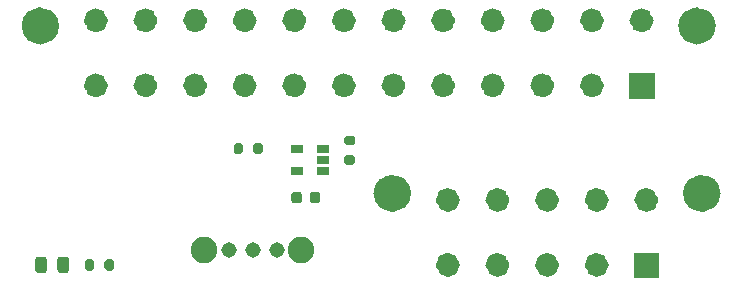
<source format=gbr>
%TF.GenerationSoftware,KiCad,Pcbnew,5.1.9+dfsg1-1~bpo10+1*%
%TF.CreationDate,2023-02-12T08:43:59+01:00*%
%TF.ProjectId,IIci_ATX,49496369-5f41-4545-982e-6b696361645f,rev?*%
%TF.SameCoordinates,Original*%
%TF.FileFunction,Soldermask,Top*%
%TF.FilePolarity,Negative*%
%FSLAX46Y46*%
G04 Gerber Fmt 4.6, Leading zero omitted, Abs format (unit mm)*
G04 Created by KiCad (PCBNEW 5.1.9+dfsg1-1~bpo10+1) date 2023-02-12 08:43:59*
%MOMM*%
%LPD*%
G01*
G04 APERTURE LIST*
%ADD10C,0.010000*%
%ADD11C,1.026200*%
%ADD12C,1.576200*%
%ADD13C,3.000000*%
%ADD14R,1.060000X0.650000*%
%ADD15C,1.308000*%
%ADD16C,2.250000*%
G04 APERTURE END LIST*
D10*
%TO.C,J1*%
G36*
X142873800Y-119273800D02*
G01*
X144926200Y-119273800D01*
X144926200Y-121326200D01*
X142873800Y-121326200D01*
X142873800Y-119273800D01*
G37*
X142873800Y-119273800D02*
X144926200Y-119273800D01*
X144926200Y-121326200D01*
X142873800Y-121326200D01*
X142873800Y-119273800D01*
D11*
X140213100Y-120300000D02*
G75*
G03*
X140213100Y-120300000I-513100J0D01*
G01*
X136013100Y-120300000D02*
G75*
G03*
X136013100Y-120300000I-513100J0D01*
G01*
X131813100Y-120300000D02*
G75*
G03*
X131813100Y-120300000I-513100J0D01*
G01*
X127613100Y-120300000D02*
G75*
G03*
X127613100Y-120300000I-513100J0D01*
G01*
X123413100Y-120300000D02*
G75*
G03*
X123413100Y-120300000I-513100J0D01*
G01*
X119213100Y-120300000D02*
G75*
G03*
X119213100Y-120300000I-513100J0D01*
G01*
X115013100Y-120300000D02*
G75*
G03*
X115013100Y-120300000I-513100J0D01*
G01*
X110813100Y-120300000D02*
G75*
G03*
X110813100Y-120300000I-513100J0D01*
G01*
X106613100Y-120300000D02*
G75*
G03*
X106613100Y-120300000I-513100J0D01*
G01*
X102413100Y-120300000D02*
G75*
G03*
X102413100Y-120300000I-513100J0D01*
G01*
X98213100Y-120300000D02*
G75*
G03*
X98213100Y-120300000I-513100J0D01*
G01*
X144413100Y-114800000D02*
G75*
G03*
X144413100Y-114800000I-513100J0D01*
G01*
X140213100Y-114800000D02*
G75*
G03*
X140213100Y-114800000I-513100J0D01*
G01*
X136013100Y-114800000D02*
G75*
G03*
X136013100Y-114800000I-513100J0D01*
G01*
X131813100Y-114800000D02*
G75*
G03*
X131813100Y-114800000I-513100J0D01*
G01*
X127613100Y-114800000D02*
G75*
G03*
X127613100Y-114800000I-513100J0D01*
G01*
X123413100Y-114800000D02*
G75*
G03*
X123413100Y-114800000I-513100J0D01*
G01*
X119213100Y-114800000D02*
G75*
G03*
X119213100Y-114800000I-513100J0D01*
G01*
X115013100Y-114800000D02*
G75*
G03*
X115013100Y-114800000I-513100J0D01*
G01*
X110813100Y-114800000D02*
G75*
G03*
X110813100Y-114800000I-513100J0D01*
G01*
X106613100Y-114800000D02*
G75*
G03*
X106613100Y-114800000I-513100J0D01*
G01*
X102413100Y-114800000D02*
G75*
G03*
X102413100Y-114800000I-513100J0D01*
G01*
X98213100Y-114800000D02*
G75*
G03*
X98213100Y-114800000I-513100J0D01*
G01*
D12*
X93788100Y-115260000D02*
G75*
G03*
X93788100Y-115260000I-788100J0D01*
G01*
X149388100Y-115260000D02*
G75*
G03*
X149388100Y-115260000I-788100J0D01*
G01*
D11*
%TO.C,J2*%
X128013100Y-130000000D02*
G75*
G03*
X128013100Y-130000000I-513100J0D01*
G01*
X132213100Y-130000000D02*
G75*
G03*
X132213100Y-130000000I-513100J0D01*
G01*
X136413100Y-130000000D02*
G75*
G03*
X136413100Y-130000000I-513100J0D01*
G01*
X128013100Y-135500000D02*
G75*
G03*
X128013100Y-135500000I-513100J0D01*
G01*
X132213100Y-135500000D02*
G75*
G03*
X132213100Y-135500000I-513100J0D01*
G01*
X136413100Y-135500000D02*
G75*
G03*
X136413100Y-135500000I-513100J0D01*
G01*
D12*
X123588100Y-129440000D02*
G75*
G03*
X123588100Y-129440000I-788100J0D01*
G01*
X149788100Y-129440000D02*
G75*
G03*
X149788100Y-129440000I-788100J0D01*
G01*
D11*
X140613100Y-130000000D02*
G75*
G03*
X140613100Y-130000000I-513100J0D01*
G01*
X144813100Y-130000000D02*
G75*
G03*
X144813100Y-130000000I-513100J0D01*
G01*
X140613100Y-135500000D02*
G75*
G03*
X140613100Y-135500000I-513100J0D01*
G01*
D10*
G36*
X145326200Y-134473800D02*
G01*
X143273800Y-134473800D01*
X143273800Y-136526200D01*
X145326200Y-136526200D01*
X145326200Y-134473800D01*
G37*
X145326200Y-134473800D02*
X143273800Y-134473800D01*
X143273800Y-136526200D01*
X145326200Y-136526200D01*
X145326200Y-134473800D01*
%TD*%
%TO.C,R3*%
G36*
G01*
X111025000Y-125925000D02*
X111025000Y-125375000D01*
G75*
G02*
X111225000Y-125175000I200000J0D01*
G01*
X111625000Y-125175000D01*
G75*
G02*
X111825000Y-125375000I0J-200000D01*
G01*
X111825000Y-125925000D01*
G75*
G02*
X111625000Y-126125000I-200000J0D01*
G01*
X111225000Y-126125000D01*
G75*
G02*
X111025000Y-125925000I0J200000D01*
G01*
G37*
G36*
G01*
X109375000Y-125925000D02*
X109375000Y-125375000D01*
G75*
G02*
X109575000Y-125175000I200000J0D01*
G01*
X109975000Y-125175000D01*
G75*
G02*
X110175000Y-125375000I0J-200000D01*
G01*
X110175000Y-125925000D01*
G75*
G02*
X109975000Y-126125000I-200000J0D01*
G01*
X109575000Y-126125000D01*
G75*
G02*
X109375000Y-125925000I0J200000D01*
G01*
G37*
%TD*%
%TO.C,R2*%
G36*
G01*
X97575000Y-135225000D02*
X97575000Y-135775000D01*
G75*
G02*
X97375000Y-135975000I-200000J0D01*
G01*
X96975000Y-135975000D01*
G75*
G02*
X96775000Y-135775000I0J200000D01*
G01*
X96775000Y-135225000D01*
G75*
G02*
X96975000Y-135025000I200000J0D01*
G01*
X97375000Y-135025000D01*
G75*
G02*
X97575000Y-135225000I0J-200000D01*
G01*
G37*
G36*
G01*
X99225000Y-135225000D02*
X99225000Y-135775000D01*
G75*
G02*
X99025000Y-135975000I-200000J0D01*
G01*
X98625000Y-135975000D01*
G75*
G02*
X98425000Y-135775000I0J200000D01*
G01*
X98425000Y-135225000D01*
G75*
G02*
X98625000Y-135025000I200000J0D01*
G01*
X99025000Y-135025000D01*
G75*
G02*
X99225000Y-135225000I0J-200000D01*
G01*
G37*
%TD*%
D13*
%TO.C,J1*%
X148600000Y-115260000D03*
X93000000Y-115260000D03*
%TD*%
%TO.C,D1*%
G36*
G01*
X94450000Y-135956250D02*
X94450000Y-135043750D01*
G75*
G02*
X94693750Y-134800000I243750J0D01*
G01*
X95181250Y-134800000D01*
G75*
G02*
X95425000Y-135043750I0J-243750D01*
G01*
X95425000Y-135956250D01*
G75*
G02*
X95181250Y-136200000I-243750J0D01*
G01*
X94693750Y-136200000D01*
G75*
G02*
X94450000Y-135956250I0J243750D01*
G01*
G37*
G36*
G01*
X92575000Y-135956250D02*
X92575000Y-135043750D01*
G75*
G02*
X92818750Y-134800000I243750J0D01*
G01*
X93306250Y-134800000D01*
G75*
G02*
X93550000Y-135043750I0J-243750D01*
G01*
X93550000Y-135956250D01*
G75*
G02*
X93306250Y-136200000I-243750J0D01*
G01*
X92818750Y-136200000D01*
G75*
G02*
X92575000Y-135956250I0J243750D01*
G01*
G37*
%TD*%
D14*
%TO.C,U2*%
X114700000Y-127550000D03*
X114700000Y-125650000D03*
X116900000Y-125650000D03*
X116900000Y-126600000D03*
X116900000Y-127550000D03*
%TD*%
%TO.C,R1*%
G36*
G01*
X119475000Y-125350000D02*
X118925000Y-125350000D01*
G75*
G02*
X118725000Y-125150000I0J200000D01*
G01*
X118725000Y-124750000D01*
G75*
G02*
X118925000Y-124550000I200000J0D01*
G01*
X119475000Y-124550000D01*
G75*
G02*
X119675000Y-124750000I0J-200000D01*
G01*
X119675000Y-125150000D01*
G75*
G02*
X119475000Y-125350000I-200000J0D01*
G01*
G37*
G36*
G01*
X119475000Y-127000000D02*
X118925000Y-127000000D01*
G75*
G02*
X118725000Y-126800000I0J200000D01*
G01*
X118725000Y-126400000D01*
G75*
G02*
X118925000Y-126200000I200000J0D01*
G01*
X119475000Y-126200000D01*
G75*
G02*
X119675000Y-126400000I0J-200000D01*
G01*
X119675000Y-126800000D01*
G75*
G02*
X119475000Y-127000000I-200000J0D01*
G01*
G37*
%TD*%
%TO.C,C1*%
G36*
G01*
X115150000Y-129550000D02*
X115150000Y-130050000D01*
G75*
G02*
X114925000Y-130275000I-225000J0D01*
G01*
X114475000Y-130275000D01*
G75*
G02*
X114250000Y-130050000I0J225000D01*
G01*
X114250000Y-129550000D01*
G75*
G02*
X114475000Y-129325000I225000J0D01*
G01*
X114925000Y-129325000D01*
G75*
G02*
X115150000Y-129550000I0J-225000D01*
G01*
G37*
G36*
G01*
X116700000Y-129550000D02*
X116700000Y-130050000D01*
G75*
G02*
X116475000Y-130275000I-225000J0D01*
G01*
X116025000Y-130275000D01*
G75*
G02*
X115800000Y-130050000I0J225000D01*
G01*
X115800000Y-129550000D01*
G75*
G02*
X116025000Y-129325000I225000J0D01*
G01*
X116475000Y-129325000D01*
G75*
G02*
X116700000Y-129550000I0J-225000D01*
G01*
G37*
%TD*%
D15*
%TO.C,U1*%
X109000000Y-134200000D03*
X113000000Y-134200000D03*
X111000000Y-134200000D03*
D16*
X115100000Y-134200000D03*
X106900000Y-134200000D03*
%TD*%
D13*
%TO.C,J2*%
X122800000Y-129440000D03*
X149000000Y-129440000D03*
%TD*%
M02*

</source>
